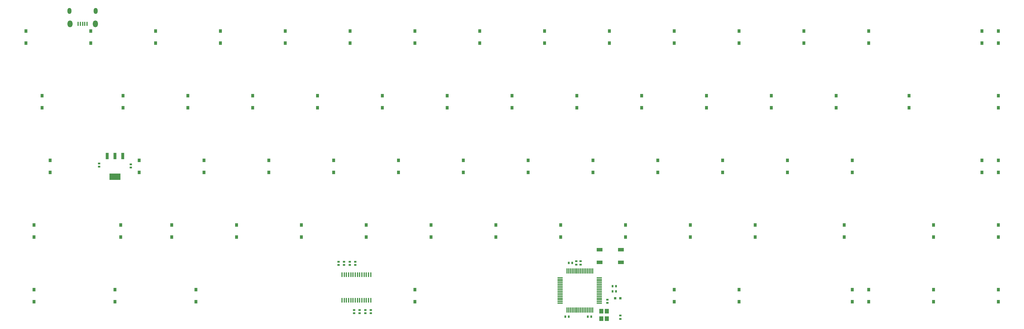
<source format=gbp>
G04 #@! TF.FileFunction,Paste,Bot*
%FSLAX46Y46*%
G04 Gerber Fmt 4.6, Leading zero omitted, Abs format (unit mm)*
G04 Created by KiCad (PCBNEW (2015-09-26 BZR 6224)-product) date 11/12/2015 12:03:03 AM*
%MOMM*%
G01*
G04 APERTURE LIST*
%ADD10C,0.150000*%
%ADD11R,0.850900X1.000760*%
%ADD12R,0.650000X0.600000*%
%ADD13R,0.600000X0.650000*%
%ADD14R,0.797560X0.797560*%
%ADD15R,0.950000X1.900000*%
%ADD16R,3.250000X1.900000*%
%ADD17R,1.800000X1.100000*%
%ADD18R,0.300000X1.500000*%
%ADD19R,1.500000X0.300000*%
%ADD20R,0.400000X1.430000*%
%ADD21R,1.200000X1.400000*%
%ADD22O,1.150000X1.800000*%
%ADD23R,0.450000X1.300000*%
%ADD24O,1.450000X2.000000*%
G04 APERTURE END LIST*
D10*
D11*
X338931000Y-160172400D03*
X338931000Y-163672520D03*
X319881000Y-160172400D03*
X319881000Y-163672520D03*
X300831000Y-160172400D03*
X300831000Y-163672520D03*
X296069000Y-160172400D03*
X296069000Y-163672520D03*
X262731000Y-160172400D03*
X262731000Y-163672520D03*
X243681000Y-160172400D03*
X243681000Y-163672520D03*
X167481000Y-160172400D03*
X167481000Y-163672520D03*
X103188000Y-160172400D03*
X103188000Y-163672520D03*
X79375000Y-160172400D03*
X79375000Y-163672520D03*
X55562500Y-160172400D03*
X55562500Y-163672520D03*
X338931000Y-141122400D03*
X338931000Y-144622520D03*
X319881000Y-141122400D03*
X319881000Y-144622520D03*
X293688000Y-141122400D03*
X293688000Y-144622520D03*
X267494000Y-141122400D03*
X267494000Y-144622520D03*
X248444000Y-141122400D03*
X248444000Y-144622520D03*
X229394000Y-141122400D03*
X229394000Y-144622520D03*
X210344000Y-141122400D03*
X210344000Y-144622520D03*
X191294000Y-141122400D03*
X191294000Y-144622520D03*
X172244000Y-141122400D03*
X172244000Y-144622520D03*
X153194000Y-141122400D03*
X153194000Y-144622520D03*
X134144000Y-141122400D03*
X134144000Y-144622520D03*
X115094000Y-141122400D03*
X115094000Y-144622520D03*
X96043800Y-141122400D03*
X96043800Y-144622520D03*
X81089500Y-141122400D03*
X81089500Y-144622520D03*
X55562500Y-141122400D03*
X55562500Y-144622520D03*
X338931000Y-122072400D03*
X338931000Y-125572520D03*
X334169000Y-125577600D03*
X334169000Y-122077480D03*
X296069000Y-122072400D03*
X296069000Y-125572520D03*
X277019000Y-122072400D03*
X277019000Y-125572520D03*
X257969000Y-122072400D03*
X257969000Y-125572520D03*
X238919000Y-122072400D03*
X238919000Y-125572520D03*
X219869000Y-122072400D03*
X219869000Y-125572520D03*
X200819000Y-122072400D03*
X200819000Y-125572520D03*
X181769000Y-122072400D03*
X181769000Y-125572520D03*
X162719000Y-122072400D03*
X162719000Y-125572520D03*
X143669000Y-122072400D03*
X143669000Y-125572520D03*
X124619000Y-122072400D03*
X124619000Y-125572520D03*
X105569000Y-122072400D03*
X105569000Y-125572520D03*
X86518800Y-122072400D03*
X86518800Y-125572520D03*
X60325000Y-122072400D03*
X60325000Y-125572520D03*
X338931000Y-103022400D03*
X338931000Y-106522520D03*
X312738000Y-103022400D03*
X312738000Y-106522520D03*
X291306000Y-103022400D03*
X291306000Y-106522520D03*
X272256000Y-103022400D03*
X272256000Y-106522520D03*
X253206000Y-103022400D03*
X253206000Y-106522520D03*
X234156000Y-103022400D03*
X234156000Y-106522520D03*
X215106000Y-103022400D03*
X215106000Y-106522520D03*
X196056000Y-103022400D03*
X196056000Y-106522520D03*
X177006000Y-103022400D03*
X177006000Y-106522520D03*
X157956000Y-103022400D03*
X157956000Y-106522520D03*
X138906000Y-103022400D03*
X138906000Y-106522520D03*
X119856000Y-103022400D03*
X119856000Y-106522520D03*
X100806000Y-103022400D03*
X100806000Y-106522520D03*
X81756200Y-103022400D03*
X81756200Y-106522520D03*
X57943800Y-103022400D03*
X57943800Y-106522520D03*
X338931000Y-83972400D03*
X338931000Y-87472520D03*
X334169000Y-83972400D03*
X334169000Y-87472520D03*
X300831000Y-83972400D03*
X300831000Y-87472520D03*
X281781000Y-83972400D03*
X281781000Y-87472520D03*
X262731000Y-83972400D03*
X262731000Y-87472520D03*
X243681000Y-83972400D03*
X243681000Y-87472520D03*
X224631000Y-83972400D03*
X224631000Y-87472520D03*
X205581000Y-83972400D03*
X205581000Y-87472520D03*
X186531000Y-83972400D03*
X186531000Y-87472520D03*
X167481000Y-83972400D03*
X167481000Y-87472520D03*
X148431000Y-83972400D03*
X148431000Y-87472520D03*
X129381000Y-83972400D03*
X129381000Y-87472520D03*
X110331000Y-83972400D03*
X110331000Y-87472520D03*
X91281200Y-83972400D03*
X91281200Y-87472520D03*
X72231200Y-83972400D03*
X72231200Y-87472520D03*
X53181200Y-83972400D03*
X53181200Y-87472520D03*
D12*
X214884000Y-151773000D03*
X214884000Y-152773000D03*
X216154000Y-151773000D03*
X216154000Y-152773000D03*
X74739500Y-122944000D03*
X74739500Y-123944000D03*
X84010500Y-123198000D03*
X84010500Y-124198000D03*
D13*
X211717000Y-168148000D03*
X212717000Y-168148000D03*
X212733000Y-152273000D03*
X213733000Y-152273000D03*
X219321000Y-168148000D03*
X218321000Y-168148000D03*
D12*
X151257000Y-166124000D03*
X151257000Y-167124000D03*
X224092000Y-163076000D03*
X224092000Y-164076000D03*
X146685000Y-152900000D03*
X146685000Y-151900000D03*
X145034000Y-152900000D03*
X145034000Y-151900000D03*
D14*
X226390700Y-162687000D03*
X227889300Y-162687000D03*
D15*
X79375000Y-120775000D03*
X81675000Y-120775000D03*
X77075000Y-120775000D03*
D16*
X79375000Y-126875000D03*
D13*
X225624000Y-159131000D03*
X226624000Y-159131000D03*
X226624000Y-160655000D03*
X225624000Y-160655000D03*
D12*
X148336000Y-151900000D03*
X148336000Y-152900000D03*
X149987000Y-151900000D03*
X149987000Y-152900000D03*
X152908000Y-167124000D03*
X152908000Y-166124000D03*
X227902000Y-167775000D03*
X227902000Y-168775000D03*
X154559000Y-167124000D03*
X154559000Y-166124000D03*
X149606000Y-166124000D03*
X149606000Y-167124000D03*
D17*
X221817000Y-152091000D03*
X221817000Y-148391000D03*
X228017000Y-152091000D03*
X228017000Y-148391000D03*
D18*
X212214000Y-154651000D03*
X212714000Y-154651000D03*
X213214000Y-154651000D03*
X213714000Y-154651000D03*
X214214000Y-154651000D03*
X214714000Y-154651000D03*
X215214000Y-154651000D03*
X215714000Y-154651000D03*
X216214000Y-154651000D03*
X216714000Y-154651000D03*
X217214000Y-154651000D03*
X217714000Y-154651000D03*
X218214000Y-154651000D03*
X218714000Y-154651000D03*
X219214000Y-154651000D03*
X219714000Y-154651000D03*
D19*
X221714000Y-156651000D03*
X221714000Y-157151000D03*
X221714000Y-157651000D03*
X221714000Y-158151000D03*
X221714000Y-158651000D03*
X221714000Y-159151000D03*
X221714000Y-159651000D03*
X221714000Y-160151000D03*
X221714000Y-160651000D03*
X221714000Y-161151000D03*
X221714000Y-161651000D03*
X221714000Y-162151000D03*
X221714000Y-162651000D03*
X221714000Y-163151000D03*
X221714000Y-163651000D03*
X221714000Y-164151000D03*
D18*
X219714000Y-166151000D03*
X219214000Y-166151000D03*
X218714000Y-166151000D03*
X218214000Y-166151000D03*
X217714000Y-166151000D03*
X217214000Y-166151000D03*
X216714000Y-166151000D03*
X216214000Y-166151000D03*
X215714000Y-166151000D03*
X215214000Y-166151000D03*
X214714000Y-166151000D03*
X214214000Y-166151000D03*
X213714000Y-166151000D03*
X213214000Y-166151000D03*
X212714000Y-166151000D03*
X212214000Y-166151000D03*
D19*
X210214000Y-164151000D03*
X210214000Y-163651000D03*
X210214000Y-163151000D03*
X210214000Y-162651000D03*
X210214000Y-162151000D03*
X210214000Y-161651000D03*
X210214000Y-161151000D03*
X210214000Y-160651000D03*
X210214000Y-160151000D03*
X210214000Y-159651000D03*
X210214000Y-159151000D03*
X210214000Y-158651000D03*
X210214000Y-158151000D03*
X210214000Y-157651000D03*
X210214000Y-157151000D03*
X210214000Y-156651000D03*
D20*
X154529000Y-163307000D03*
X153879000Y-163307000D03*
X153229000Y-163307000D03*
X152579000Y-163307000D03*
X151929000Y-163307000D03*
X151279000Y-163307000D03*
X150629000Y-163307000D03*
X149979000Y-163307000D03*
X149329000Y-163307000D03*
X148679000Y-163307000D03*
X148029000Y-163307000D03*
X147379000Y-163307000D03*
X146729000Y-163307000D03*
X146079000Y-163307000D03*
X146079000Y-155717000D03*
X146729000Y-155717000D03*
X147379000Y-155717000D03*
X148029000Y-155717000D03*
X148679000Y-155717000D03*
X149329000Y-155717000D03*
X149979000Y-155717000D03*
X150629000Y-155717000D03*
X151279000Y-155717000D03*
X151929000Y-155717000D03*
X152579000Y-155717000D03*
X153229000Y-155717000D03*
X153879000Y-155717000D03*
X154529000Y-155717000D03*
D21*
X222276000Y-168740000D03*
X223876000Y-168740000D03*
X223876000Y-166540000D03*
X222276000Y-166540000D03*
D22*
X73725000Y-78000000D03*
X65975000Y-78000000D03*
D23*
X68550000Y-81800000D03*
X69200000Y-81800000D03*
X69850000Y-81800000D03*
X70500000Y-81800000D03*
X71150000Y-81800000D03*
D24*
X73575000Y-81800000D03*
X66125000Y-81800000D03*
M02*

</source>
